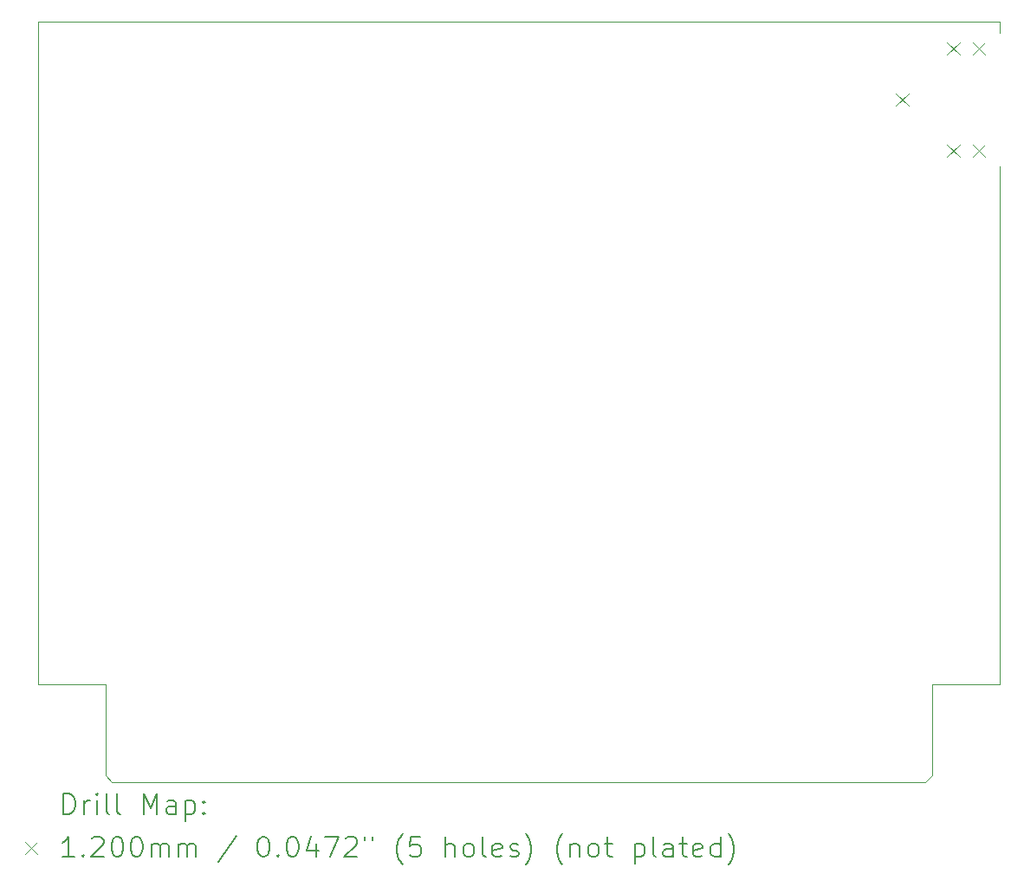
<source format=gbr>
%TF.GenerationSoftware,KiCad,Pcbnew,(6.0.8)*%
%TF.CreationDate,2022-10-21T18:27:40+07:00*%
%TF.ProjectId,TS_Ext_EPM3032,54535f45-7874-45f4-9550-4d333033322e,1.0*%
%TF.SameCoordinates,Original*%
%TF.FileFunction,Drillmap*%
%TF.FilePolarity,Positive*%
%FSLAX45Y45*%
G04 Gerber Fmt 4.5, Leading zero omitted, Abs format (unit mm)*
G04 Created by KiCad (PCBNEW (6.0.8)) date 2022-10-21 18:27:40*
%MOMM*%
%LPD*%
G01*
G04 APERTURE LIST*
%ADD10C,0.100000*%
%ADD11C,0.200000*%
%ADD12C,0.120000*%
G04 APERTURE END LIST*
D10*
X3454400Y-9017000D02*
X3454400Y-9906000D01*
X2794000Y-9017000D02*
X3454400Y-9017000D01*
X11531600Y-9017000D02*
X12192000Y-9017000D01*
X11531600Y-9017000D02*
X11531600Y-9906000D01*
X11468100Y-9969500D02*
X11531600Y-9906000D01*
X2794000Y-2540000D02*
X2794000Y-9017000D01*
X12192000Y-2540000D02*
X12192000Y-2652000D01*
X3517900Y-9969500D02*
X11468100Y-9969500D01*
X3517900Y-9969500D02*
X3454400Y-9906000D01*
X12192000Y-9017000D02*
X12192000Y-3952000D01*
X2794000Y-2540000D02*
X12192000Y-2540000D01*
D11*
D12*
X11182000Y-3242000D02*
X11302000Y-3362000D01*
X11302000Y-3242000D02*
X11182000Y-3362000D01*
X11682000Y-2742000D02*
X11802000Y-2862000D01*
X11802000Y-2742000D02*
X11682000Y-2862000D01*
X11682000Y-3742000D02*
X11802000Y-3862000D01*
X11802000Y-3742000D02*
X11682000Y-3862000D01*
X11932000Y-2742000D02*
X12052000Y-2862000D01*
X12052000Y-2742000D02*
X11932000Y-2862000D01*
X11932000Y-3742000D02*
X12052000Y-3862000D01*
X12052000Y-3742000D02*
X11932000Y-3862000D01*
D11*
X3046619Y-10284976D02*
X3046619Y-10084976D01*
X3094238Y-10084976D01*
X3122809Y-10094500D01*
X3141857Y-10113548D01*
X3151381Y-10132595D01*
X3160905Y-10170690D01*
X3160905Y-10199262D01*
X3151381Y-10237357D01*
X3141857Y-10256405D01*
X3122809Y-10275452D01*
X3094238Y-10284976D01*
X3046619Y-10284976D01*
X3246619Y-10284976D02*
X3246619Y-10151643D01*
X3246619Y-10189738D02*
X3256143Y-10170690D01*
X3265667Y-10161167D01*
X3284714Y-10151643D01*
X3303762Y-10151643D01*
X3370428Y-10284976D02*
X3370428Y-10151643D01*
X3370428Y-10084976D02*
X3360905Y-10094500D01*
X3370428Y-10104024D01*
X3379952Y-10094500D01*
X3370428Y-10084976D01*
X3370428Y-10104024D01*
X3494238Y-10284976D02*
X3475190Y-10275452D01*
X3465667Y-10256405D01*
X3465667Y-10084976D01*
X3599000Y-10284976D02*
X3579952Y-10275452D01*
X3570428Y-10256405D01*
X3570428Y-10084976D01*
X3827571Y-10284976D02*
X3827571Y-10084976D01*
X3894238Y-10227833D01*
X3960905Y-10084976D01*
X3960905Y-10284976D01*
X4141857Y-10284976D02*
X4141857Y-10180214D01*
X4132333Y-10161167D01*
X4113286Y-10151643D01*
X4075190Y-10151643D01*
X4056143Y-10161167D01*
X4141857Y-10275452D02*
X4122809Y-10284976D01*
X4075190Y-10284976D01*
X4056143Y-10275452D01*
X4046619Y-10256405D01*
X4046619Y-10237357D01*
X4056143Y-10218310D01*
X4075190Y-10208786D01*
X4122809Y-10208786D01*
X4141857Y-10199262D01*
X4237095Y-10151643D02*
X4237095Y-10351643D01*
X4237095Y-10161167D02*
X4256143Y-10151643D01*
X4294238Y-10151643D01*
X4313286Y-10161167D01*
X4322810Y-10170690D01*
X4332333Y-10189738D01*
X4332333Y-10246881D01*
X4322810Y-10265929D01*
X4313286Y-10275452D01*
X4294238Y-10284976D01*
X4256143Y-10284976D01*
X4237095Y-10275452D01*
X4418048Y-10265929D02*
X4427571Y-10275452D01*
X4418048Y-10284976D01*
X4408524Y-10275452D01*
X4418048Y-10265929D01*
X4418048Y-10284976D01*
X4418048Y-10161167D02*
X4427571Y-10170690D01*
X4418048Y-10180214D01*
X4408524Y-10170690D01*
X4418048Y-10161167D01*
X4418048Y-10180214D01*
D12*
X2669000Y-10554500D02*
X2789000Y-10674500D01*
X2789000Y-10554500D02*
X2669000Y-10674500D01*
D11*
X3151381Y-10704976D02*
X3037095Y-10704976D01*
X3094238Y-10704976D02*
X3094238Y-10504976D01*
X3075190Y-10533548D01*
X3056143Y-10552595D01*
X3037095Y-10562119D01*
X3237095Y-10685929D02*
X3246619Y-10695452D01*
X3237095Y-10704976D01*
X3227571Y-10695452D01*
X3237095Y-10685929D01*
X3237095Y-10704976D01*
X3322809Y-10524024D02*
X3332333Y-10514500D01*
X3351381Y-10504976D01*
X3399000Y-10504976D01*
X3418048Y-10514500D01*
X3427571Y-10524024D01*
X3437095Y-10543071D01*
X3437095Y-10562119D01*
X3427571Y-10590690D01*
X3313286Y-10704976D01*
X3437095Y-10704976D01*
X3560905Y-10504976D02*
X3579952Y-10504976D01*
X3599000Y-10514500D01*
X3608524Y-10524024D01*
X3618048Y-10543071D01*
X3627571Y-10581167D01*
X3627571Y-10628786D01*
X3618048Y-10666881D01*
X3608524Y-10685929D01*
X3599000Y-10695452D01*
X3579952Y-10704976D01*
X3560905Y-10704976D01*
X3541857Y-10695452D01*
X3532333Y-10685929D01*
X3522809Y-10666881D01*
X3513286Y-10628786D01*
X3513286Y-10581167D01*
X3522809Y-10543071D01*
X3532333Y-10524024D01*
X3541857Y-10514500D01*
X3560905Y-10504976D01*
X3751381Y-10504976D02*
X3770428Y-10504976D01*
X3789476Y-10514500D01*
X3799000Y-10524024D01*
X3808524Y-10543071D01*
X3818048Y-10581167D01*
X3818048Y-10628786D01*
X3808524Y-10666881D01*
X3799000Y-10685929D01*
X3789476Y-10695452D01*
X3770428Y-10704976D01*
X3751381Y-10704976D01*
X3732333Y-10695452D01*
X3722809Y-10685929D01*
X3713286Y-10666881D01*
X3703762Y-10628786D01*
X3703762Y-10581167D01*
X3713286Y-10543071D01*
X3722809Y-10524024D01*
X3732333Y-10514500D01*
X3751381Y-10504976D01*
X3903762Y-10704976D02*
X3903762Y-10571643D01*
X3903762Y-10590690D02*
X3913286Y-10581167D01*
X3932333Y-10571643D01*
X3960905Y-10571643D01*
X3979952Y-10581167D01*
X3989476Y-10600214D01*
X3989476Y-10704976D01*
X3989476Y-10600214D02*
X3999000Y-10581167D01*
X4018048Y-10571643D01*
X4046619Y-10571643D01*
X4065667Y-10581167D01*
X4075190Y-10600214D01*
X4075190Y-10704976D01*
X4170428Y-10704976D02*
X4170428Y-10571643D01*
X4170428Y-10590690D02*
X4179952Y-10581167D01*
X4199000Y-10571643D01*
X4227571Y-10571643D01*
X4246619Y-10581167D01*
X4256143Y-10600214D01*
X4256143Y-10704976D01*
X4256143Y-10600214D02*
X4265667Y-10581167D01*
X4284714Y-10571643D01*
X4313286Y-10571643D01*
X4332333Y-10581167D01*
X4341857Y-10600214D01*
X4341857Y-10704976D01*
X4732333Y-10495452D02*
X4560905Y-10752595D01*
X4989476Y-10504976D02*
X5008524Y-10504976D01*
X5027571Y-10514500D01*
X5037095Y-10524024D01*
X5046619Y-10543071D01*
X5056143Y-10581167D01*
X5056143Y-10628786D01*
X5046619Y-10666881D01*
X5037095Y-10685929D01*
X5027571Y-10695452D01*
X5008524Y-10704976D01*
X4989476Y-10704976D01*
X4970429Y-10695452D01*
X4960905Y-10685929D01*
X4951381Y-10666881D01*
X4941857Y-10628786D01*
X4941857Y-10581167D01*
X4951381Y-10543071D01*
X4960905Y-10524024D01*
X4970429Y-10514500D01*
X4989476Y-10504976D01*
X5141857Y-10685929D02*
X5151381Y-10695452D01*
X5141857Y-10704976D01*
X5132333Y-10695452D01*
X5141857Y-10685929D01*
X5141857Y-10704976D01*
X5275190Y-10504976D02*
X5294238Y-10504976D01*
X5313286Y-10514500D01*
X5322810Y-10524024D01*
X5332333Y-10543071D01*
X5341857Y-10581167D01*
X5341857Y-10628786D01*
X5332333Y-10666881D01*
X5322810Y-10685929D01*
X5313286Y-10695452D01*
X5294238Y-10704976D01*
X5275190Y-10704976D01*
X5256143Y-10695452D01*
X5246619Y-10685929D01*
X5237095Y-10666881D01*
X5227571Y-10628786D01*
X5227571Y-10581167D01*
X5237095Y-10543071D01*
X5246619Y-10524024D01*
X5256143Y-10514500D01*
X5275190Y-10504976D01*
X5513286Y-10571643D02*
X5513286Y-10704976D01*
X5465667Y-10495452D02*
X5418048Y-10638310D01*
X5541857Y-10638310D01*
X5599000Y-10504976D02*
X5732333Y-10504976D01*
X5646619Y-10704976D01*
X5799000Y-10524024D02*
X5808524Y-10514500D01*
X5827571Y-10504976D01*
X5875190Y-10504976D01*
X5894238Y-10514500D01*
X5903762Y-10524024D01*
X5913286Y-10543071D01*
X5913286Y-10562119D01*
X5903762Y-10590690D01*
X5789476Y-10704976D01*
X5913286Y-10704976D01*
X5989476Y-10504976D02*
X5989476Y-10543071D01*
X6065667Y-10504976D02*
X6065667Y-10543071D01*
X6360905Y-10781167D02*
X6351381Y-10771643D01*
X6332333Y-10743071D01*
X6322809Y-10724024D01*
X6313286Y-10695452D01*
X6303762Y-10647833D01*
X6303762Y-10609738D01*
X6313286Y-10562119D01*
X6322809Y-10533548D01*
X6332333Y-10514500D01*
X6351381Y-10485929D01*
X6360905Y-10476405D01*
X6532333Y-10504976D02*
X6437095Y-10504976D01*
X6427571Y-10600214D01*
X6437095Y-10590690D01*
X6456143Y-10581167D01*
X6503762Y-10581167D01*
X6522809Y-10590690D01*
X6532333Y-10600214D01*
X6541857Y-10619262D01*
X6541857Y-10666881D01*
X6532333Y-10685929D01*
X6522809Y-10695452D01*
X6503762Y-10704976D01*
X6456143Y-10704976D01*
X6437095Y-10695452D01*
X6427571Y-10685929D01*
X6779952Y-10704976D02*
X6779952Y-10504976D01*
X6865667Y-10704976D02*
X6865667Y-10600214D01*
X6856143Y-10581167D01*
X6837095Y-10571643D01*
X6808524Y-10571643D01*
X6789476Y-10581167D01*
X6779952Y-10590690D01*
X6989476Y-10704976D02*
X6970428Y-10695452D01*
X6960905Y-10685929D01*
X6951381Y-10666881D01*
X6951381Y-10609738D01*
X6960905Y-10590690D01*
X6970428Y-10581167D01*
X6989476Y-10571643D01*
X7018048Y-10571643D01*
X7037095Y-10581167D01*
X7046619Y-10590690D01*
X7056143Y-10609738D01*
X7056143Y-10666881D01*
X7046619Y-10685929D01*
X7037095Y-10695452D01*
X7018048Y-10704976D01*
X6989476Y-10704976D01*
X7170428Y-10704976D02*
X7151381Y-10695452D01*
X7141857Y-10676405D01*
X7141857Y-10504976D01*
X7322809Y-10695452D02*
X7303762Y-10704976D01*
X7265667Y-10704976D01*
X7246619Y-10695452D01*
X7237095Y-10676405D01*
X7237095Y-10600214D01*
X7246619Y-10581167D01*
X7265667Y-10571643D01*
X7303762Y-10571643D01*
X7322809Y-10581167D01*
X7332333Y-10600214D01*
X7332333Y-10619262D01*
X7237095Y-10638310D01*
X7408524Y-10695452D02*
X7427571Y-10704976D01*
X7465667Y-10704976D01*
X7484714Y-10695452D01*
X7494238Y-10676405D01*
X7494238Y-10666881D01*
X7484714Y-10647833D01*
X7465667Y-10638310D01*
X7437095Y-10638310D01*
X7418048Y-10628786D01*
X7408524Y-10609738D01*
X7408524Y-10600214D01*
X7418048Y-10581167D01*
X7437095Y-10571643D01*
X7465667Y-10571643D01*
X7484714Y-10581167D01*
X7560905Y-10781167D02*
X7570428Y-10771643D01*
X7589476Y-10743071D01*
X7599000Y-10724024D01*
X7608524Y-10695452D01*
X7618048Y-10647833D01*
X7618048Y-10609738D01*
X7608524Y-10562119D01*
X7599000Y-10533548D01*
X7589476Y-10514500D01*
X7570428Y-10485929D01*
X7560905Y-10476405D01*
X7922809Y-10781167D02*
X7913286Y-10771643D01*
X7894238Y-10743071D01*
X7884714Y-10724024D01*
X7875190Y-10695452D01*
X7865667Y-10647833D01*
X7865667Y-10609738D01*
X7875190Y-10562119D01*
X7884714Y-10533548D01*
X7894238Y-10514500D01*
X7913286Y-10485929D01*
X7922809Y-10476405D01*
X7999000Y-10571643D02*
X7999000Y-10704976D01*
X7999000Y-10590690D02*
X8008524Y-10581167D01*
X8027571Y-10571643D01*
X8056143Y-10571643D01*
X8075190Y-10581167D01*
X8084714Y-10600214D01*
X8084714Y-10704976D01*
X8208524Y-10704976D02*
X8189476Y-10695452D01*
X8179952Y-10685929D01*
X8170428Y-10666881D01*
X8170428Y-10609738D01*
X8179952Y-10590690D01*
X8189476Y-10581167D01*
X8208524Y-10571643D01*
X8237095Y-10571643D01*
X8256143Y-10581167D01*
X8265667Y-10590690D01*
X8275190Y-10609738D01*
X8275190Y-10666881D01*
X8265667Y-10685929D01*
X8256143Y-10695452D01*
X8237095Y-10704976D01*
X8208524Y-10704976D01*
X8332333Y-10571643D02*
X8408524Y-10571643D01*
X8360905Y-10504976D02*
X8360905Y-10676405D01*
X8370428Y-10695452D01*
X8389476Y-10704976D01*
X8408524Y-10704976D01*
X8627571Y-10571643D02*
X8627571Y-10771643D01*
X8627571Y-10581167D02*
X8646619Y-10571643D01*
X8684714Y-10571643D01*
X8703762Y-10581167D01*
X8713286Y-10590690D01*
X8722810Y-10609738D01*
X8722810Y-10666881D01*
X8713286Y-10685929D01*
X8703762Y-10695452D01*
X8684714Y-10704976D01*
X8646619Y-10704976D01*
X8627571Y-10695452D01*
X8837095Y-10704976D02*
X8818048Y-10695452D01*
X8808524Y-10676405D01*
X8808524Y-10504976D01*
X8999000Y-10704976D02*
X8999000Y-10600214D01*
X8989476Y-10581167D01*
X8970429Y-10571643D01*
X8932333Y-10571643D01*
X8913286Y-10581167D01*
X8999000Y-10695452D02*
X8979952Y-10704976D01*
X8932333Y-10704976D01*
X8913286Y-10695452D01*
X8903762Y-10676405D01*
X8903762Y-10657357D01*
X8913286Y-10638310D01*
X8932333Y-10628786D01*
X8979952Y-10628786D01*
X8999000Y-10619262D01*
X9065667Y-10571643D02*
X9141857Y-10571643D01*
X9094238Y-10504976D02*
X9094238Y-10676405D01*
X9103762Y-10695452D01*
X9122810Y-10704976D01*
X9141857Y-10704976D01*
X9284714Y-10695452D02*
X9265667Y-10704976D01*
X9227571Y-10704976D01*
X9208524Y-10695452D01*
X9199000Y-10676405D01*
X9199000Y-10600214D01*
X9208524Y-10581167D01*
X9227571Y-10571643D01*
X9265667Y-10571643D01*
X9284714Y-10581167D01*
X9294238Y-10600214D01*
X9294238Y-10619262D01*
X9199000Y-10638310D01*
X9465667Y-10704976D02*
X9465667Y-10504976D01*
X9465667Y-10695452D02*
X9446619Y-10704976D01*
X9408524Y-10704976D01*
X9389476Y-10695452D01*
X9379952Y-10685929D01*
X9370429Y-10666881D01*
X9370429Y-10609738D01*
X9379952Y-10590690D01*
X9389476Y-10581167D01*
X9408524Y-10571643D01*
X9446619Y-10571643D01*
X9465667Y-10581167D01*
X9541857Y-10781167D02*
X9551381Y-10771643D01*
X9570429Y-10743071D01*
X9579952Y-10724024D01*
X9589476Y-10695452D01*
X9599000Y-10647833D01*
X9599000Y-10609738D01*
X9589476Y-10562119D01*
X9579952Y-10533548D01*
X9570429Y-10514500D01*
X9551381Y-10485929D01*
X9541857Y-10476405D01*
M02*

</source>
